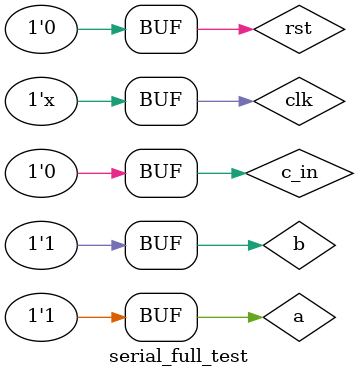
<source format=v>
`timescale 1ns / 1ps


module serial_full_test;

	// Inputs
	reg clk;
	reg rst;
	reg a;
	reg b;
	reg c_in;

	// Outputs
	wire S;
	wire c_out;

	// Instantiate the Unit Under Test (UUT)
	serial_full_adder uut (
		.clk(clk), 
		.rst(rst), 
		.a(a), 
		.b(b), 
		.c_in(c_in), 
		.S(S), 
		.c_out(c_out)
	);
always #5 clk = ~clk;
	initial begin
		// Initialize Inputs
		clk=0;
		c_in = 0;
		rst = 1;
		a = 0;
		b = 0;
		#6;
		rst = 0;
		#17;
		rst = 1;
		a = 0;
		b = 1;
		#6;
		rst = 0;
		#14;
		rst = 1;
		a = 1;
		b = 0;
		#6;
		rst = 0;
		#14;
		rst = 1;
		a = 1;
		b = 1;
		#6;
		rst = 0;
		#14;
		// Wait 100 ns for global reset to finish
		
        
		// Add stimulus here

	end
      
endmodule


</source>
